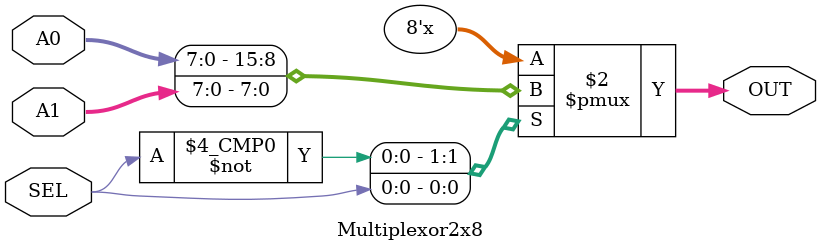
<source format=v>
`timescale 1ns / 1ps


module Multiplexor2x8(A0, A1, SEL, OUT);
    input [7:0] A0, A1;
    input SEL;
    output reg [7:0] OUT;
    
    always @(*)
        case (SEL)
            1'b0 : OUT = A0; 
            1'b1 : OUT = A1;
        endcase    

endmodule

</source>
